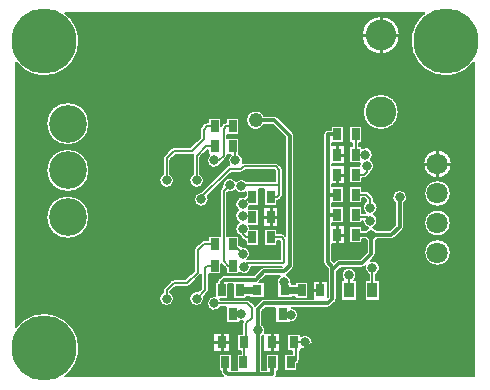
<source format=gbl>
G04 EasyPC Gerber Version 21.0.3 Build 4286 *
G04 #@! TF.Part,Single*
G04 #@! TF.FileFunction,Copper,L2,Bot *
G04 #@! TF.FilePolarity,Positive *
%FSLAX34Y34*%
%MOMM*%
%ADD70R,0.65000X1.00000*%
%ADD77R,0.80000X0.90000*%
%ADD29R,0.80000X1.00000*%
G04 #@! TA.AperFunction,SMDPad*
%ADD104R,0.90000X1.30000*%
G04 #@! TD.AperFunction*
%ADD10C,0.12700*%
%ADD127C,0.20000*%
%ADD11C,0.25400*%
%ADD19C,0.30000*%
%ADD13C,0.60000*%
G04 #@! TA.AperFunction,ViaPad*
%ADD126C,0.81280*%
%ADD116C,1.21920*%
G04 #@! TA.AperFunction,ComponentPad*
%ADD124C,1.80000*%
%ADD125C,2.60000*%
%ADD123C,3.20000*%
G04 #@! TA.AperFunction,WasherPad*
%ADD120C,5.50000*%
X0Y0D02*
D02*
D10*
X394285Y272828D02*
G75*
G02X340900Y290852I-23650J18024D01*
G01*
G75*
G02X352611Y314502I29735*
G01*
X48659*
G75*
G02X60370Y290852I-18024J-23650*
G01*
G75*
G02X6985Y272828I-29735*
G01*
Y48876*
G75*
G02X60370Y30852I23650J-18024*
G01*
G75*
G02X48659Y7202I-29735*
G01*
X182253*
X181248Y8206*
G75*
G02X180150Y10852I2637J2645*
G01*
Y11617*
X178400*
Y26087*
X189370*
Y12587*
X193900*
Y26087*
X196900*
Y28507*
X193900*
Y42977*
X198400*
Y51852*
G75*
G02X198978Y53698I3235J1*
G01*
G75*
G02X196870Y53600I-1342J6153*
G01*
Y52507*
X184400*
Y65617*
X180040*
G75*
G02X168336Y68852I-5405J3235*
G01*
G75*
G02X175400Y75104I6299*
G01*
Y87087*
X177157*
G75*
G02X178248Y89498I3728J-235*
G01*
X180239Y91489*
G75*
G02X182885Y92587I2645J-2637*
G01*
X208088*
X213994Y98493*
G75*
G02X216643Y99587I2641J-2641*
G01*
X232088*
X232118Y99617*
X205930*
G75*
G02X195870Y94802I-6295J235*
G01*
Y93617*
X184900*
Y98122*
G75*
G02X184346Y98566I1734J2731*
G01*
X180370Y102542*
Y93617*
X169870*
Y79852*
G75*
G02X168921Y77563I-3235*
G01*
X165744Y74386*
G75*
G02X165934Y72852I-6108J-1535*
G01*
G75*
G02X153336I-6299*
G01*
G75*
G02X161169Y78961I6299*
G01*
X163400Y81192*
Y93173*
G75*
G02X162921Y92563I-2767J1679*
G01*
X153924Y83566*
G75*
G02X151635Y82617I-2289J2286*
G01*
X141625*
X137520Y78512*
Y78257*
G75*
G02X140584Y72852I-3235J-5405*
G01*
G75*
G02X127986I-6299*
G01*
G75*
G02X131050Y78257I6299*
G01*
Y79852*
G75*
G02X131999Y82141I3235*
G01*
X137996Y88138*
G75*
G02X140285Y89087I2289J-2286*
G01*
X150295*
X157400Y96192*
Y113852*
G75*
G02X158349Y116141I3235*
G01*
X163346Y121138*
G75*
G02X165635Y122087I2289J-2286*
G01*
X169400*
Y126087*
X179400*
Y163852*
G75*
G02X180349Y166141I3235*
G01*
X181526Y167318*
G75*
G02X193013Y172131I6109J1534*
G01*
G75*
G02X202298Y172087I4622J-4279*
G01*
X226400*
Y180512*
X225295Y181617*
X200975*
X199924Y180566*
G75*
G02X197635Y179617I-2289J2286*
G01*
X188975*
X169186Y159828*
G75*
G02X169934Y156852I-5550J-2977*
G01*
G75*
G02X157336I-6299*
G01*
G75*
G02X163353Y163145I6299*
G01*
X185346Y185138*
G75*
G02X187585Y186087I2289J-2286*
G01*
G75*
G02X188515Y194617I5050J3765*
G01*
X185870*
Y193852*
G75*
G02X184921Y191563I-3235*
G01*
X180924Y187566*
G75*
G02X180287Y187070I-2290J2284*
G01*
G75*
G02X168336Y189852I-5652J2782*
G01*
G75*
G02X170515Y194617I6299*
G01*
X169400*
Y198617*
X169025*
X162920Y192512*
Y178257*
G75*
G02X165984Y172852I-3235J-5405*
G01*
G75*
G02X153386I-6299*
G01*
G75*
G02X156450Y178257I6299*
G01*
Y193852*
G75*
G02X156579Y194758I3235J2*
G01*
G75*
G02X155635Y194617I-944J3093*
G01*
X141975*
X137520Y190162*
Y178257*
G75*
G02X140584Y172852I-3235J-5405*
G01*
G75*
G02X127986I-6299*
G01*
G75*
G02X131050Y178257I6299*
G01*
Y191502*
G75*
G02X131999Y193791I3235*
G01*
X138346Y200138*
G75*
G02X140635Y201087I2289J-2286*
G01*
X154295*
X162400Y209192*
Y215852*
G75*
G02X163349Y218141I3235*
G01*
X166346Y221138*
G75*
G02X168635Y222087I2289J-2286*
G01*
X169400*
Y226087*
X180370*
Y219162*
X182346Y221138*
G75*
G02X184635Y222087I2289J-2286*
G01*
X184900*
Y226087*
X195870*
Y211617*
X185870*
Y209087*
X195870*
Y195257*
G75*
G02X198633Y187928I-3235J-5405*
G01*
G75*
G02X199635Y188087I1002J-3076*
G01*
X226635*
G75*
G02X228924Y187138J-3235*
G01*
X231921Y184141*
G75*
G02X232870Y181852I-2286J-2289*
G01*
Y160852*
G75*
G02X231921Y158563I-3235*
G01*
X229924Y156566*
G75*
G02X227870Y155626I-2288J2286*
G01*
Y151617*
X216900*
Y165617*
X212370*
Y151617*
X204812*
G75*
G02X203685Y149087I-6177J1236*
G01*
X212370*
Y134617*
X204295*
G75*
G02X204930Y132087I-5660J-2765*
G01*
X212370*
Y117617*
X201400*
Y121626*
G75*
G02X199346Y122566I234J3226*
G01*
X196349Y125563*
G75*
G02X195853Y126200I2284J2290*
G01*
G75*
G02X195565Y137352I2782J5652*
G01*
G75*
G02X194804Y147852I3070J5500*
G01*
G75*
G02X200169Y158961I3831J5000*
G01*
X201400Y160192*
Y162802*
G75*
G02X192257Y164573I-3765J5050*
G01*
G75*
G02X186101Y162743I-4622J4279*
G01*
X185870Y162512*
Y126087*
X195870*
Y118597*
X197472Y117043*
G75*
G02X202755Y106087I1163J-6191*
G01*
X230400*
Y121512*
X230295Y121617*
X227870*
Y117617*
X216900*
Y132087*
X227870*
Y128087*
X231635*
G75*
G02X233924Y127138J-3235*
G01*
X234900Y126162*
Y209305*
X224088Y220117*
X217082*
G75*
G02X201304Y223852I-7447J3735*
G01*
G75*
G02X217082Y227587I8331*
G01*
X225635*
G75*
G02X228281Y226489I1J-3735*
G01*
X241272Y213498*
G75*
G02X242370Y210852I-2637J-2645*
G01*
Y100852*
G75*
G02X241272Y98206I-3735J-1*
G01*
X236281Y93215*
G75*
G02X235761Y92781I-2645J2641*
G01*
G75*
G02X239934Y86852I-2126J-5929*
G01*
G75*
G02X239928Y86587I-6300J10*
G01*
X240370*
Y85087*
X243400*
Y87087*
X254370*
Y72617*
X243400*
Y74617*
X240370*
Y73117*
X227900*
Y84247*
G75*
G02X230177Y92117I5735J2605*
G01*
X218182*
X212652Y86587*
X217370*
Y73117*
X204900*
Y74617*
X201870*
Y72617*
X190900*
Y85117*
X186370*
Y72617*
X179685*
G75*
G02X180040Y72087I-5050J-3766*
G01*
X202635*
G75*
G02X204924Y71138J-3235*
G01*
X208921Y67141*
G75*
G02X209253Y66752I-2288J-2289*
G01*
X213989Y71489*
G75*
G02X216635Y72587I2645J-2637*
G01*
X257960*
Y88027*
X270810*
Y74309*
X270900Y74399*
Y98305*
X267994Y101211*
G75*
G02X266900Y103852I2641J2641*
G01*
G75*
G02Y103854I1592J1*
G01*
G75*
G02Y103860I1606J3*
G01*
Y211852*
G75*
G02X270635Y215587I3735*
G01*
X273400*
Y219087*
X284370*
Y204617*
X274370*
Y203027*
X285310*
Y186677*
X274370*
Y186027*
X285310*
Y169677*
X274370*
Y168087*
X284370*
Y153617*
X274370*
Y151087*
X284370*
Y136617*
X274370*
Y135027*
X285310*
Y118677*
X274370*
Y105399*
X276135Y103634*
X277989Y105489*
G75*
G02X280635Y106587I2645J-2637*
G01*
X298088*
X303900Y112399*
Y121780*
G75*
G02X302563Y123117I3735J5072*
G01*
X299870*
Y119617*
X288900*
Y134087*
X299870*
Y130587*
X302563*
G75*
G02X305290Y132698I5072J-3735*
G01*
G75*
G02X300368Y138217I1345J6154*
G01*
X299870*
Y136617*
X288900*
Y151087*
X299870*
Y145487*
X302094*
G75*
G02X303400Y155257I4541J4365*
G01*
Y156012*
X301795Y157617*
X299870*
Y153617*
X288900*
Y168087*
X299870*
Y164087*
X303135*
G75*
G02X305424Y163138J-3235*
G01*
X308921Y159641*
G75*
G02X309870Y157352I-2286J-2289*
G01*
Y155257*
G75*
G02X309705Y144352I-3235J-5405*
G01*
G75*
G02X308980Y133006I-3070J-5500*
G01*
G75*
G02X312707Y130587I-1345J-6154*
G01*
X323088*
X327900Y135399*
Y153530*
G75*
G02X325336Y158602I3735J5072*
G01*
G75*
G02X337934I6299*
G01*
G75*
G02X335370Y153530I-6299*
G01*
Y133860*
G75*
G02Y133854I-1629J-3*
G01*
G75*
G02Y133852I-1661J-1*
G01*
G75*
G02X334276Y131211I-3735*
G01*
X327276Y124211*
G75*
G02X324627Y123117I-2641J2641*
G01*
X312707*
G75*
G02X311370Y121780I-5072J3735*
G01*
Y110852*
G75*
G02X310272Y108206I-3735J-1*
G01*
X307000Y104935*
G75*
G02X311870Y93447I1635J-6083*
G01*
Y88587*
X315370*
Y71117*
X301900*
Y88587*
X305400*
Y93447*
G75*
G02X302552Y100487I3236J5405*
G01*
X302281Y100215*
G75*
G02X299635Y99117I-2645J2637*
G01*
X289289*
G75*
G02X293270Y88587I-654J-6265*
G01*
X295370*
Y71117*
X281900*
Y88587*
X284000*
G75*
G02X287981Y99117I4635J4265*
G01*
X282182*
X278370Y95305*
Y72860*
G75*
G02Y72854I-1629J-3*
G01*
G75*
G02Y72852I-1661J-1*
G01*
G75*
G02X277276Y70211I-3735*
G01*
X273276Y66211*
G75*
G02X270627Y65117I-2641J2641*
G01*
X240289*
G75*
G02X245934Y58852I-654J-6265*
G01*
G75*
G02X238870Y52600I-6299*
G01*
Y52507*
X226400*
Y65117*
X218182*
X215370Y62305*
Y50924*
G75*
G02X217629Y43917I-3735J-5072*
G01*
X230310*
Y27567*
X215960*
Y41273*
G75*
G02X215370Y40780I-4328J4579*
G01*
Y12587*
X218400*
Y26087*
X229370*
Y11617*
X227620*
Y8852*
G75*
G02X227236Y7202I-3735*
G01*
X394285*
Y272828*
X363635Y199027D02*
G75*
G02X375810Y186852J-12175D01*
G01*
G75*
G02X363635Y174677I-12175*
G01*
G75*
G02X351460Y186852J12175*
G01*
G75*
G02X363635Y199027I12175*
G01*
X352400Y111852D02*
G75*
G02X374870I11235D01*
G01*
G75*
G02X352400I-11235*
G01*
Y136852D02*
G75*
G02X374870I11235D01*
G01*
G75*
G02X352400I-11235*
G01*
Y161852D02*
G75*
G02X374870I11235D01*
G01*
G75*
G02X352400I-11235*
G01*
X306914Y190230D02*
G75*
G02X306842Y179431I-3279J-5378D01*
G01*
G75*
G02X305921Y177563I-3208J420*
G01*
X303924Y175566*
G75*
G02X301635Y174617I-2289J2286*
G01*
X299870*
Y170617*
X288900*
Y185087*
X297340*
G75*
G02X297975Y187617I6295J-235*
G01*
X288900*
Y202087*
X291150*
Y204617*
X288900*
Y219087*
X299870*
Y204617*
X297620*
Y202087*
X299870*
Y200512*
G75*
G02X306914Y190230I2765J-5659*
G01*
X299460Y295852D02*
G75*
G02X331810I16175D01*
G01*
G75*
G02X299460I-16175*
G01*
X300400Y230852D02*
G75*
G02X330870I15235D01*
G01*
G75*
G02X300400I-15235*
G01*
X32400Y141711D02*
G75*
G02X68870I18235D01*
G01*
G75*
G02X32400I-18235*
G01*
Y181336D02*
G75*
G02X68870I18235D01*
G01*
G75*
G02X32400I-18235*
G01*
Y220961D02*
G75*
G02X68870I18235D01*
G01*
G75*
G02X32400I-18235*
G01*
X173960Y43917D02*
X188310D01*
Y27567*
X173960*
Y43917*
X215960Y150027D02*
X228810D01*
Y133677*
X215960*
Y150027*
X248370Y41129D02*
G75*
G02X257934Y35742I3265J-5387D01*
G01*
G75*
G02X248370Y30355I-6299*
G01*
Y28507*
X246870*
Y20852*
G75*
G02X245921Y18563I-3235*
G01*
X244870Y17512*
Y11617*
X233900*
Y26087*
X240400*
Y28507*
X235900*
Y42977*
X248370*
Y41129*
X181617Y7837D02*
G36*
X181248Y8206D01*
G75*
G02X180150Y10851I2637J2645*
G01*
G75*
G02Y10852I3581J1*
G01*
Y11617*
X178400*
Y26087*
X189370*
Y12587*
X193900*
Y26087*
X196900*
Y28507*
X193900*
Y35742*
X188310*
Y27567*
X173960*
Y35742*
X59965*
G75*
G02X60370Y30852I-29331J-4891*
G01*
G75*
G02X49463Y7837I-29736*
G01*
X181617*
G37*
X257934Y35742D02*
G36*
G75*
G02X248370Y30355I-6300J1D01*
G01*
Y28507*
X246870*
Y20852*
G75*
G02X245921Y18563I-3239J2*
G01*
X244870Y17512*
Y11617*
X233900*
Y26087*
X240400*
Y28507*
X235900*
Y35742*
X230310*
Y27567*
X215960*
Y35742*
X215370*
Y12587*
X218400*
Y26087*
X229370*
Y11617*
X227620*
Y8852*
G75*
G02Y8850I-3472J-1*
G01*
G75*
G02X227480Y7837I-3728J-1*
G01*
X393650*
Y35742*
X257934*
G37*
X193900D02*
G36*
Y42977D01*
X198400*
Y51852*
G75*
G02X198978Y53698I3241J-1*
G01*
G75*
G02X196870Y53600I-1342J6148*
G01*
Y52507*
X184400*
Y65617*
X180040*
G75*
G02X168336Y68852I-5405J3236*
G01*
G75*
G02Y68853I8185J1*
G01*
G75*
G02X175400Y75104I6298*
G01*
Y87087*
X177157*
G75*
G02X178248Y89498I3732J-237*
G01*
X180239Y91489*
G75*
G02X182885Y92587I2645J-2637*
G01*
X208088*
X213994Y98493*
G75*
G02X216643Y99587I2641J-2641*
G01*
X232088*
X232118Y99617*
X205930*
G75*
G02X195870Y94802I-6295J235*
G01*
Y93617*
X184900*
Y98122*
G75*
G02X184346Y98566I1768J2774*
G01*
X180370Y102542*
Y93617*
X169870*
Y79852*
G75*
G02X168921Y77563I-3239J2*
G01*
X165744Y74386*
G75*
G02X165934Y72852I-6137J-1539*
G01*
G75*
G02X153336I-6299*
G01*
G75*
G02X161169Y78961I6299*
G01*
X163400Y81192*
Y93173*
G75*
G02X162921Y92563I-2780J1690*
G01*
X153924Y83566*
G75*
G02X151635Y82617I-2291J2290*
G01*
X141625*
X137520Y78512*
Y78257*
G75*
G02X140584Y72854I-3232J-5403*
G01*
G75*
G02Y72852I-7162J-1*
G01*
G75*
G02X127986I-6299*
G01*
G75*
G02X131050Y78257I6300*
G01*
Y79852*
G75*
G02X131999Y82141I3239J-2*
G01*
X137996Y88138*
G75*
G02X140285Y89087I2291J-2290*
G01*
X150295*
X157400Y96192*
Y111852*
X7620*
Y49680*
G75*
G02X59965Y35742I23015J-18828*
G01*
X173960*
Y43917*
X188310*
Y35742*
X193900*
G37*
X266900Y111852D02*
G36*
X242370D01*
Y100852*
G75*
G02Y100851I-3581*
G01*
G75*
G02X241272Y98206I-3735*
G01*
X236281Y93215*
G75*
G02X235761Y92781I-2607J2596*
G01*
G75*
G02X239934Y86852I-2126J-5930*
G01*
G75*
G02X239928Y86587I-8887J69*
G01*
X240370*
Y85087*
X243400*
Y87087*
X254370*
Y72617*
X243400*
Y74617*
X240370*
Y73117*
X227900*
Y84247*
G75*
G02X227336Y86852I5733J2605*
G01*
G75*
G02X230177Y92117I6298*
G01*
X218182*
X212652Y86587*
X217370*
Y73117*
X204900*
Y74617*
X201870*
Y72617*
X190900*
Y85117*
X186370*
Y72617*
X179685*
G75*
G02X180040Y72087I-5362J-3975*
G01*
X202635*
G75*
G02X204924Y71138I-2J-3239*
G01*
X208921Y67141*
G75*
G02X209253Y66752I-2244J-2251*
G01*
X213989Y71489*
G75*
G02X216635Y72587I2645J-2637*
G01*
X257960*
Y88027*
X270810*
Y74309*
X270900Y74399*
Y98305*
X267994Y101211*
G75*
G02X266900Y103851I2639J2640*
G01*
G75*
G02Y103852I4407J1*
G01*
Y103854*
Y103860*
Y111852*
G37*
X215960Y35742D02*
G36*
Y41273D01*
G75*
G02X215370Y40780I-4106J4315*
G01*
Y35742*
X215960*
G37*
X230400Y111852D02*
G36*
X204854D01*
G75*
G02X204934Y110852I-6220J-1001*
G01*
G75*
G02X202755Y106087I-6299*
G01*
X230400*
Y111852*
G37*
X311370D02*
G36*
Y110852D01*
G75*
G02Y110851I-3581*
G01*
G75*
G02X310272Y108206I-3735*
G01*
X307000Y104935*
G75*
G02X314934Y98852I1635J-6083*
G01*
G75*
G02X311870Y93447I-6300*
G01*
Y88587*
X315370*
Y71117*
X301900*
Y88587*
X305400*
Y93447*
G75*
G02X302336Y98853I3237J5406*
G01*
G75*
G02X302552Y100487I6299J-1*
G01*
X302281Y100215*
G75*
G02X299635Y99117I-2645J2637*
G01*
X289289*
G75*
G02X294934Y92852I-654J-6265*
G01*
G75*
G02X293270Y88587I-6298*
G01*
X295370*
Y71117*
X281900*
Y88587*
X284000*
G75*
G02X282336Y92852I4634J4265*
G01*
G75*
G02X287981Y99117I6299*
G01*
X282182*
X278370Y95305*
Y72860*
Y72854*
Y72852*
G75*
G02Y72851I-4407*
G01*
G75*
G02X277276Y70211I-3733*
G01*
X273276Y66211*
G75*
G02X270627Y65117I-2641J2641*
G01*
X240289*
G75*
G02X245934Y58854I-652J-6263*
G01*
G75*
G02Y58852I-8185J-1*
G01*
G75*
G02Y58851I-8185*
G01*
G75*
G02X238870Y52600I-6298*
G01*
Y52507*
X226400*
Y65117*
X218182*
X215370Y62305*
Y50924*
G75*
G02X217934Y45853I-3734J-5071*
G01*
G75*
G02X217629Y43917I-6300*
G01*
X230310*
Y35742*
X235900*
Y42977*
X248370*
Y41129*
G75*
G02X257934Y35742I3264J-5388*
G01*
X393650*
Y111852*
X374870*
G75*
G02X352400I-11235*
G01*
X311370*
G37*
X303353D02*
G36*
X274370D01*
Y105399*
X276135Y103634*
X277989Y105489*
G75*
G02X280635Y106587I2645J-2637*
G01*
X298088*
X303353Y111852*
G37*
X157400D02*
G36*
Y113852D01*
G75*
G02X158349Y116141I3239J-2*
G01*
X163346Y121138*
G75*
G02X165635Y122087I2291J-2290*
G01*
X169400*
Y126087*
X179400*
Y136852*
X68211*
G75*
G02X33059I-17576J4859*
G01*
X7620*
Y111852*
X157400*
G37*
X234900Y136852D02*
G36*
X228810D01*
Y133677*
X215960*
Y136852*
X212370*
Y134617*
X204295*
G75*
G02X204930Y132087I-5658J-2765*
G01*
X212370*
Y117617*
X201400*
Y121626*
G75*
G02X199346Y122566I234J3226*
G01*
X196349Y125563*
G75*
G02X195853Y126200I2283J2289*
G01*
G75*
G02X192336Y131852I2783J5652*
G01*
G75*
G02X194804Y136852I6299*
G01*
X185870*
Y126087*
X195870*
Y118597*
X197472Y117043*
G75*
G02X204854Y111852I1163J-6191*
G01*
X230400*
Y121512*
X230295Y121617*
X227870*
Y117617*
X216900*
Y132087*
X227870*
Y128087*
X231635*
G75*
G02X233924Y127138I-2J-3239*
G01*
X234900Y126162*
Y136852*
G37*
X266900D02*
G36*
X242370D01*
Y111852*
X266900*
Y136852*
G37*
X300662D02*
G36*
X299870D01*
Y136617*
X288900*
Y136852*
X284370*
Y136617*
X274370*
Y135027*
X285310*
Y118677*
X274370*
Y111852*
X303353*
X303900Y112399*
Y121780*
G75*
G02X302563Y123117I3731J5068*
G01*
X299870*
Y119617*
X288900*
Y134087*
X299870*
Y130587*
X302563*
G75*
G02X305290Y132698I5067J-3729*
G01*
G75*
G02X300662Y136852I1345J6153*
G01*
G37*
X327900D02*
G36*
X312608D01*
G75*
G02X308980Y133006I-5973J2000*
G01*
G75*
G02X312707Y130587I-1345J-6153*
G01*
X323088*
X327900Y135399*
Y136852*
G37*
X335370D02*
G36*
Y133860D01*
Y133854*
Y133852*
G75*
G02Y133851I-4407*
G01*
G75*
G02X334276Y131211I-3733*
G01*
X327276Y124211*
G75*
G02X324627Y123117I-2641J2641*
G01*
X312707*
G75*
G02X311370Y121780I-5068J3731*
G01*
Y111852*
X352400*
G75*
G02X374870I11235*
G01*
X393650*
Y136852*
X374870*
G75*
G02X352400I-11235*
G01*
X335370*
G37*
X171210Y161852D02*
G36*
X169186Y159828D01*
G75*
G02X169934Y156852I-5553J-2978*
G01*
G75*
G02X157336I-6299*
G01*
G75*
G02X159804Y161852I6300*
G01*
X7620*
Y136852*
X33059*
G75*
G02X32400Y141711I17576J4858*
G01*
G75*
G02X68870I18235*
G01*
G75*
G02X68211Y136852I-18235J-1*
G01*
X179400*
Y161852*
X171210*
G37*
X201400D02*
G36*
X199553D01*
G75*
G02X195718I-1917J5999*
G01*
X185870*
Y136852*
X194804*
G75*
G02X195565Y137352I3831J-5002*
G01*
G75*
G02X192337Y142852I3071J5500*
G01*
G75*
G02X194804Y147852I6299J1*
G01*
G75*
G02X192336Y152852I3831J5000*
G01*
G75*
G02X200169Y158961I6299*
G01*
X201400Y160192*
Y161852*
G37*
X234900D02*
G36*
X232870D01*
Y160852*
G75*
G02X231921Y158563I-3239J2*
G01*
X229924Y156566*
G75*
G02X227870Y155626I-2288J2286*
G01*
Y151617*
X216900*
Y161852*
X212370*
Y151617*
X204812*
G75*
G02X203685Y149087I-6182J1238*
G01*
X212370*
Y136852*
X215960*
Y150027*
X228810*
Y136852*
X234900*
Y161852*
G37*
X266900D02*
G36*
X242370D01*
Y136852*
X266900*
Y161852*
G37*
X288900D02*
G36*
X284370D01*
Y153617*
X274370*
Y151087*
X284370*
Y136852*
X288900*
Y151087*
X299870*
Y145487*
X302094*
G75*
G02X300336Y149852I4542J4366*
G01*
G75*
G02X303400Y155257I6300*
G01*
Y156012*
X301795Y157617*
X299870*
Y153617*
X288900*
Y161852*
G37*
X300662Y136852D02*
G36*
G75*
G02X300368Y138217I5973J2001D01*
G01*
X299870*
Y136852*
X300662*
G37*
X326239Y161852D02*
G36*
X306710D01*
X308921Y159641*
G75*
G02X309870Y157352I-2290J-2291*
G01*
Y155257*
G75*
G02X312934Y149852I-3236J-5405*
G01*
G75*
G02X309705Y144352I-6299*
G01*
G75*
G02X312934Y138852I-3070J-5500*
G01*
G75*
G02X312608Y136852I-6299*
G01*
X327900*
Y153530*
G75*
G02X325336Y158600I3730J5070*
G01*
G75*
G02Y158602I5457J1*
G01*
G75*
G02X326239Y161852I6299*
G01*
G37*
X337031D02*
G36*
G75*
G02X337934Y158602I-5396J-3250D01*
G01*
G75*
G02Y158600I-5457J-1*
G01*
G75*
G02X335370Y153530I-6294*
G01*
Y136852*
X352400*
G75*
G02X374870I11235*
G01*
X393650*
Y161852*
X374870*
G75*
G02X352400I-11235*
G01*
X337031*
G37*
X187096Y186852D02*
G36*
X180174D01*
G75*
G02X169096I-5539J3000*
G01*
X162920*
Y178257*
G75*
G02X165984Y172854I-3232J-5403*
G01*
G75*
G02Y172852I-7162J-1*
G01*
G75*
G02X153386I-6299*
G01*
G75*
G02X156450Y178257I6300*
G01*
Y186852*
X137520*
Y178257*
G75*
G02X140584Y172854I-3232J-5403*
G01*
G75*
G02Y172852I-7162J-1*
G01*
G75*
G02X127986I-6299*
G01*
G75*
G02X131050Y178257I6300*
G01*
Y186852*
X68016*
G75*
G02X68870Y181336I-17381J-5515*
G01*
G75*
G02X32400I-18235*
G01*
G75*
G02X33254Y186852I18235J1*
G01*
X7620*
Y161852*
X159804*
G75*
G02X163353Y163145I3832J-5000*
G01*
X185346Y185138*
G75*
G02X187585Y186087I2289J-2285*
G01*
G75*
G02X187096Y186852I5050J3767*
G01*
G37*
X179400Y161852D02*
G36*
Y163852D01*
G75*
G02X180349Y166141I3239J-2*
G01*
X181526Y167318*
G75*
G02X181336Y168852I6111J1536*
G01*
G75*
G02X193013Y172131I6299*
G01*
G75*
G02X202298Y172087I4622J-4278*
G01*
X226400*
Y180512*
X225295Y181617*
X200975*
X199924Y180566*
G75*
G02X197635Y179617I-2291J2290*
G01*
X188975*
X171210Y161852*
X179400*
G37*
X195718D02*
G36*
G75*
G02X192257Y164573I1917J6001D01*
G01*
G75*
G02X186101Y162743I-4623J4282*
G01*
X185870Y162512*
Y161852*
X195718*
G37*
X201400D02*
G36*
Y162802D01*
G75*
G02X199553Y161852I-3765J5049*
G01*
X201400*
G37*
X216900D02*
G36*
Y165617D01*
X212370*
Y161852*
X216900*
G37*
X266900Y186852D02*
G36*
X242370D01*
Y161852*
X266900*
Y186852*
G37*
X234900D02*
G36*
X229210D01*
X231921Y184141*
G75*
G02X232870Y181852I-2290J-2291*
G01*
Y161852*
X234900*
Y186852*
G37*
X337031Y161852D02*
G36*
X352400D01*
G75*
G02X374870I11235*
G01*
X393650*
Y186852*
X375810*
G75*
G02X363635Y174677I-12175*
G01*
G75*
G02X351460Y186852J12175*
G01*
X309608*
G75*
G02X309934Y184852I-5973J-2000*
G01*
G75*
G02X306842Y179431I-6298*
G01*
G75*
G02X305921Y177563I-3208J420*
G01*
X303924Y175566*
G75*
G02X301635Y174617I-2291J2290*
G01*
X299870*
Y170617*
X288900*
Y185087*
X297340*
G75*
G02X297662Y186852I6293J-236*
G01*
X285310*
Y186677*
X274370*
Y186027*
X285310*
Y169677*
X274370*
Y168087*
X284370*
Y161852*
X288900*
Y168087*
X299870*
Y164087*
X303135*
G75*
G02X305424Y163138I-2J-3239*
G01*
X306710Y161852*
X326239*
G75*
G02X337031I5396J-3250*
G01*
G37*
X234900Y186852D02*
G36*
Y209305D01*
X224088Y220117*
X217082*
G75*
G02X201304Y223852I-7447J3735*
G01*
G75*
G02X205118Y230852I8331*
G01*
X65954*
G75*
G02X68870Y220961I-15319J-9892*
G01*
G75*
G02X32400I-18235*
G01*
G75*
G02X35316Y230852I18235J-1*
G01*
X7620*
Y186852*
X33254*
G75*
G02X68016I17381J-5516*
G01*
X131050*
Y191502*
G75*
G02X131999Y193791I3239J-2*
G01*
X138346Y200138*
G75*
G02X140635Y201087I2291J-2290*
G01*
X154295*
X162400Y209192*
Y215852*
G75*
G02X163349Y218141I3239J-2*
G01*
X166346Y221138*
G75*
G02X168635Y222087I2291J-2290*
G01*
X169400*
Y226087*
X180370*
Y219162*
X182346Y221138*
G75*
G02X184635Y222087I2291J-2290*
G01*
X184900*
Y226087*
X195870*
Y211617*
X185870*
Y209087*
X195870*
Y195257*
G75*
G02X198934Y189852I-3236J-5405*
G01*
G75*
G02X198633Y187928I-6300*
G01*
G75*
G02X199635Y188087I1003J-3081*
G01*
X226635*
G75*
G02X228924Y187138I-2J-3239*
G01*
X229210Y186852*
X234900*
G37*
X156450D02*
G36*
Y193852D01*
G75*
G02Y193859I3458J4*
G01*
G75*
G02X156579Y194758I3199*
G01*
G75*
G02X155635Y194617I-939J3054*
G01*
X141975*
X137520Y190162*
Y186852*
X156450*
G37*
X169096D02*
G36*
G75*
G02X168336Y189852I5539J3000D01*
G01*
G75*
G02X170515Y194617I6302J-1*
G01*
X169400*
Y198617*
X169025*
X162920Y192512*
Y186852*
X169096*
G37*
X187096D02*
G36*
G75*
G02X186336Y189852I5539J2999D01*
G01*
G75*
G02X188515Y194617I6299*
G01*
X185870*
Y193852*
G75*
G02X184921Y191563I-3239J2*
G01*
X180924Y187566*
G75*
G02X180287Y187070I-2289J2283*
G01*
G75*
G02X180174Y186852I-5652J2791*
G01*
X187096*
G37*
X285310D02*
G36*
X297662D01*
G75*
G02X297975Y187617I5971J-1997*
G01*
X288900*
Y202087*
X291150*
Y204617*
X288900*
Y219087*
X299870*
Y204617*
X297620*
Y202087*
X299870*
Y200512*
G75*
G02X308935Y194853I2766J-5659*
G01*
G75*
G02X306914Y190230I-6299J1*
G01*
G75*
G02X309608Y186852I-3278J-5378*
G01*
X351460*
G75*
G02X363635Y199027I12175*
G01*
G75*
G02X375810Y186852J-12175*
G01*
X393650*
Y230852*
X330870*
G75*
G02X300400I-15235*
G01*
X214152*
G75*
G02X217082Y227587I-4517J-7001*
G01*
X225635*
G75*
G02X228281Y226489I1J-3735*
G01*
X241272Y213498*
G75*
G02X242370Y210853I-2637J-2645*
G01*
G75*
G02Y210852I-3581*
G01*
Y186852*
X266900*
Y211852*
G75*
G02X270635Y215587I3735*
G01*
X273400*
Y219087*
X284370*
Y204617*
X274370*
Y203027*
X285310*
Y186852*
G37*
X341323Y295852D02*
G36*
X331810D01*
G75*
G02X299460I-16175*
G01*
X59947*
G75*
G02X60370Y290854I-29307J-4997*
G01*
G75*
G02Y290852I-38197J-1*
G01*
G75*
G02X7620Y272024I-29735*
G01*
Y230852*
X35316*
G75*
G02X65954I15319J-9891*
G01*
X205118*
G75*
G02X214152I4517J-7000*
G01*
X300400*
G75*
G02X330870I15235*
G01*
X393650*
Y272024*
G75*
G02X340900Y290852I-23015J18828*
G01*
G75*
G02X341323Y295852I29739J2*
G01*
G37*
X351807Y313867D02*
G36*
X49463D01*
G75*
G02X59947Y295852I-18826J-23014*
G01*
X299460*
G75*
G02X331810I16175*
G01*
X341323*
G75*
G02X351807Y313867I29313J-5001*
G01*
G37*
D02*
D11*
X178405Y35742D02*
X173325D01*
X181135Y32012D02*
Y26932D01*
Y39472D02*
Y44552D01*
X183865Y35742D02*
X188945D01*
X218841Y198852D02*
X213761D01*
X220405Y141852D02*
X215325D01*
X221635Y196058D02*
Y190978D01*
Y201646D02*
Y206726D01*
X222385Y138122D02*
Y133042D01*
Y145582D02*
Y150662D01*
X223135Y32012D02*
Y26932D01*
Y39472D02*
Y44552D01*
X224365Y141852D02*
X229445D01*
X224429Y198852D02*
X229509D01*
X225865Y35742D02*
X230945D01*
X237841Y226852D02*
X232761D01*
X240635Y224058D02*
Y218978D01*
Y229646D02*
Y234726D01*
X243429Y226852D02*
X248509D01*
X249635Y121058D02*
Y115978D01*
Y126646D02*
Y131726D01*
Y133058D02*
Y127978D01*
Y138646D02*
Y143726D01*
Y145058D02*
Y139978D01*
Y150646D02*
Y155726D01*
Y157058D02*
Y151978D01*
Y162646D02*
Y167726D01*
X252429Y123852D02*
X257509D01*
X252429Y135852D02*
X257509D01*
X252429Y147852D02*
X257509D01*
X252429Y159852D02*
X257509D01*
X258841Y123852D02*
X253761D01*
X258841Y135852D02*
X253761D01*
X258841Y147852D02*
X253761D01*
X258841Y159852D02*
X253761D01*
X261635Y121058D02*
Y115978D01*
Y126646D02*
Y131726D01*
Y133058D02*
Y127978D01*
Y138646D02*
Y143726D01*
Y145058D02*
Y139978D01*
Y150646D02*
Y155726D01*
Y157058D02*
Y151978D01*
Y162646D02*
Y167726D01*
X262405Y79852D02*
X257325D01*
X264385Y83582D02*
Y88662D01*
X278885Y123122D02*
Y118042D01*
Y130582D02*
Y135662D01*
Y174122D02*
Y169042D01*
Y198582D02*
Y203662D01*
X280865Y126852D02*
X285945D01*
X280865Y177852D02*
X285945D01*
X280865Y194852D02*
X285945D01*
X303905Y295852D02*
X298825D01*
X315635Y284122D02*
Y279042D01*
Y307582D02*
Y312662D01*
X327365Y295852D02*
X332445D01*
X355905Y186852D02*
X350825D01*
X363635Y179122D02*
Y174042D01*
Y194582D02*
Y199662D01*
X371365Y186852D02*
X376445D01*
D02*
D13*
X211135Y79852D02*
X196385D01*
X248885D02*
X234135D01*
D02*
D19*
X209635Y223852D02*
X225635D01*
X238635Y210852*
Y100852*
X233635Y95852*
X216635*
X209635Y88852*
X182885*
X180885Y86852*
Y79852*
X210635Y8852D02*
X185885D01*
X183885Y10852*
Y18852*
X211635Y45852D02*
Y9852D01*
X210635Y8852*
X223885Y18852D02*
Y8852D01*
X210635*
X234135Y79852D02*
Y86352D01*
X233635Y86852*
X270635Y143852D02*
Y160852D01*
Y143852D02*
X278885D01*
X270635Y160852D02*
Y211852D01*
X278885*
X270635Y160852D02*
X278885D01*
X274635Y96852D02*
Y99852D01*
X270635Y103852*
Y143852*
X274635Y96852D02*
Y72852D01*
X270635Y68852*
X216635*
X211635Y63852*
Y45852*
X294385Y126852D02*
X307635D01*
X324635*
X331635Y133852*
Y158602*
X307635Y126852D02*
Y110852D01*
X299635Y102852*
X280635*
X274635Y96852*
D02*
D70*
X174885Y100852D02*
D03*
Y118852D02*
D03*
Y201852D02*
D03*
Y218852D02*
D03*
X180885Y79852D02*
D03*
X183885Y18852D02*
D03*
X190385Y100852D02*
D03*
Y118852D02*
D03*
Y201852D02*
D03*
Y218852D02*
D03*
X196385Y79852D02*
D03*
X199385Y18852D02*
D03*
X206885Y124852D02*
D03*
Y141852D02*
D03*
Y158852D02*
D03*
X222385Y124852D02*
D03*
Y141852D02*
D03*
Y158852D02*
D03*
X223885Y18852D02*
D03*
X239385D02*
D03*
X248885Y79852D02*
D03*
X264385D02*
D03*
X278885Y126852D02*
D03*
Y143852D02*
D03*
Y160852D02*
D03*
Y177852D02*
D03*
Y194852D02*
D03*
Y211852D02*
D03*
X294385Y126852D02*
D03*
Y143852D02*
D03*
Y160852D02*
D03*
Y177852D02*
D03*
Y194852D02*
D03*
Y211852D02*
D03*
D02*
D29*
X181135Y35742D02*
D03*
X190635Y59742D02*
D03*
X200135Y35742D02*
D03*
X223135D02*
D03*
X232635Y59742D02*
D03*
X242135Y35742D02*
D03*
D02*
D77*
X211135Y79852D02*
D03*
X234135D02*
D03*
D02*
D104*
X288635D02*
D03*
X308635D02*
D03*
D02*
D116*
X209635Y223852D02*
D03*
D02*
D120*
X30635Y30852D02*
D03*
Y290852D02*
D03*
X370635D02*
D03*
D02*
D123*
X50635Y102086D02*
D03*
Y141711D02*
D03*
Y181336D02*
D03*
Y220961D02*
D03*
D02*
D124*
X363635Y111852D02*
D03*
Y136852D02*
D03*
Y161852D02*
D03*
Y186852D02*
D03*
D02*
D125*
X315635Y230852D02*
D03*
Y295852D02*
D03*
D02*
D126*
X134285Y72852D02*
D03*
Y172852D02*
D03*
X159635Y72852D02*
D03*
X159685Y172852D02*
D03*
X163635Y156852D02*
D03*
X174635Y68852D02*
D03*
Y189852D02*
D03*
X187635Y168852D02*
D03*
X192635Y189852D02*
D03*
X197635Y59852D02*
D03*
Y167852D02*
D03*
X198635Y110852D02*
D03*
Y131852D02*
D03*
Y142852D02*
D03*
Y152852D02*
D03*
X199635Y99852D02*
D03*
X211635Y45852D02*
D03*
X221635Y198852D02*
D03*
X233635Y86852D02*
D03*
X239635Y58852D02*
D03*
X240635Y226852D02*
D03*
X249635Y123852D02*
D03*
Y135852D02*
D03*
Y147852D02*
D03*
Y159852D02*
D03*
X251635Y35742D02*
D03*
X261635Y123852D02*
D03*
Y135852D02*
D03*
Y147852D02*
D03*
Y159852D02*
D03*
X288635Y92852D02*
D03*
X302635Y194852D02*
D03*
X303635Y184852D02*
D03*
X306635Y138852D02*
D03*
Y149852D02*
D03*
X307635Y126852D02*
D03*
X308635Y98852D02*
D03*
X331635Y158602D02*
D03*
D02*
D127*
X134285Y172852D02*
Y191502D01*
X140635Y197852*
X155635*
X165635Y207852*
Y215852*
X168635Y218852*
X174885*
X174635Y68852D02*
X202635D01*
X206635Y64852*
Y56852*
X201635Y51852*
Y37242*
X200135Y35742*
X174635Y189852D02*
X178635D01*
X182635Y193852*
Y216852*
X184635Y218852*
X190385*
X174885Y100852D02*
X168635D01*
X166635Y98852*
Y79852*
X159635Y72852*
X174885Y118852D02*
X165635D01*
X160635Y113852*
Y94852*
X151635Y85852*
X140285*
X134285Y79852*
Y72852*
X174885Y201852D02*
X167685D01*
X159685Y193852*
Y172852*
X187635Y168852D02*
X182635Y163852D01*
Y104852*
X186635Y100852*
X190385*
Y118852D02*
X190635D01*
X198635Y110852*
X190635Y59742D02*
X197525D01*
X197635Y59852*
X192635Y189852D02*
Y201852D01*
X190385*
X198635Y131852D02*
Y127852D01*
X201635Y124852*
X206885*
X200135Y35742D02*
Y19602D01*
X199385Y18852*
X206885Y141852D02*
X205635D01*
Y142852*
X198635*
X206885Y158852D02*
X204635D01*
X198635Y152852*
X222385Y124852D02*
X231635D01*
X233635Y122852*
Y103852*
X232635Y102852*
X202635*
X199635Y99852*
X222385Y158852D02*
X227635D01*
X229635Y160852*
Y168852*
Y181852*
X226635Y184852*
X199635*
X197635Y182852*
X187635*
X163635Y158852*
Y156852*
X229635Y168852D02*
X198635D01*
X197635Y167852*
X232635Y59742D02*
Y58852D01*
X239635*
X239385Y18852D02*
X241635D01*
X243635Y20852*
Y34242*
X242135Y35742*
X251635D02*
X242135D01*
X288635Y92852D02*
Y79852D01*
X294385Y143852D02*
Y141852D01*
X303885*
X306635Y139102*
Y138852*
X294385Y194852D02*
Y211852D01*
X302635Y194852D02*
X294385D01*
X303635Y184852D02*
Y179852D01*
X301635Y177852*
X294385*
X306635Y149852D02*
Y157352D01*
X303135Y160852*
X294385*
X308635Y79852D02*
Y98852D01*
X0Y0D02*
M02*

</source>
